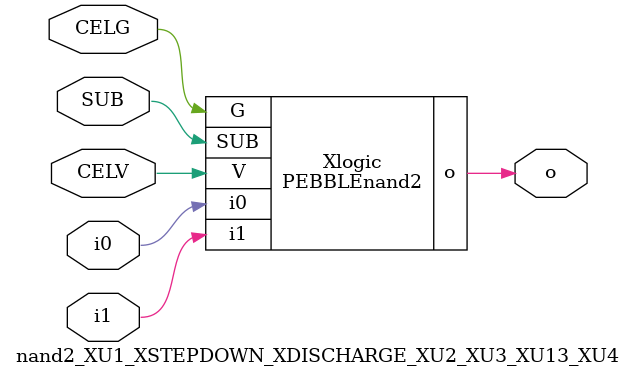
<source format=v>



module PEBBLEnand2 ( o, G, SUB, V, i0, i1 );

  input i0;
  input V;
  input i1;
  input G;
  output o;
  input SUB;
endmodule

//Celera Confidential Do Not Copy nand2_XU1_XSTEPDOWN_XDISCHARGE_XU2_XU3_XU13_XU4
//Celera Confidential Symbol Generator
//5V NAND2
module nand2_XU1_XSTEPDOWN_XDISCHARGE_XU2_XU3_XU13_XU4 (CELV,CELG,i0,i1,o,SUB);
input CELV;
input CELG;
input i0;
input i1;
input SUB;
output o;

//Celera Confidential Do Not Copy nand2
PEBBLEnand2 Xlogic(
.V (CELV),
.i0 (i0),
.i1 (i1),
.o (o),
.SUB (SUB),
.G (CELG)
);
//,diesize,PEBBLEnand2

//Celera Confidential Do Not Copy Module End
//Celera Schematic Generator
endmodule

</source>
